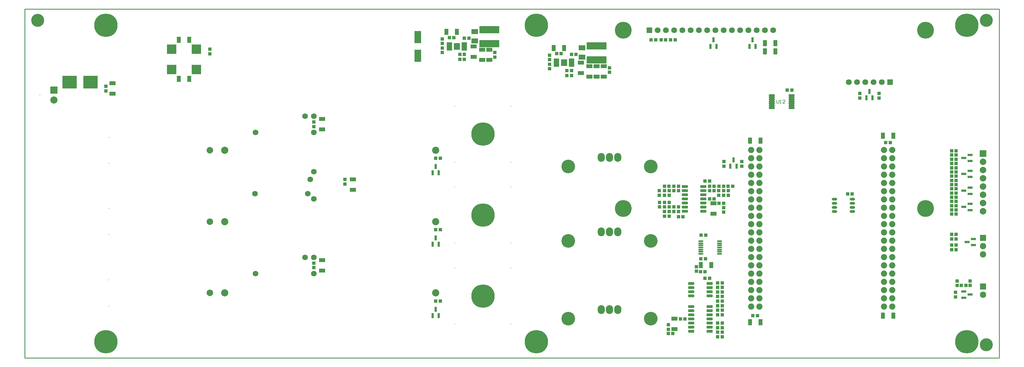
<source format=gts>
G04 Layer_Color=8388736*
%FSLAX43Y43*%
%MOMM*%
G71*
G01*
G75*
%ADD35C,0.254*%
%ADD36C,0.178*%
%ADD71R,2.903X2.903*%
%ADD72O,1.550X0.500*%
%ADD73R,6.203X2.203*%
%ADD74R,1.553X0.803*%
%ADD75O,1.653X0.853*%
%ADD76R,2.003X1.543*%
%ADD77R,1.103X1.003*%
G04:AMPARAMS|DCode=78|XSize=0.653mm|YSize=1.803mm|CornerRadius=0.151mm|HoleSize=0mm|Usage=FLASHONLY|Rotation=90.000|XOffset=0mm|YOffset=0mm|HoleType=Round|Shape=RoundedRectangle|*
%AMROUNDEDRECTD78*
21,1,0.653,1.501,0,0,90.0*
21,1,0.351,1.803,0,0,90.0*
1,1,0.302,0.750,0.175*
1,1,0.302,0.750,-0.175*
1,1,0.302,-0.750,-0.175*
1,1,0.302,-0.750,0.175*
%
%ADD78ROUNDEDRECTD78*%
%ADD79R,4.443X4.013*%
%ADD80R,1.003X1.103*%
%ADD81R,2.003X3.753*%
%ADD82C,4.000*%
G04:AMPARAMS|DCode=83|XSize=0.853mm|YSize=1.853mm|CornerRadius=0.15mm|HoleSize=0mm|Usage=FLASHONLY|Rotation=90.000|XOffset=0mm|YOffset=0mm|HoleType=Round|Shape=RoundedRectangle|*
%AMROUNDEDRECTD83*
21,1,0.853,1.552,0,0,90.0*
21,1,0.552,1.853,0,0,90.0*
1,1,0.301,0.776,0.276*
1,1,0.301,0.776,-0.276*
1,1,0.301,-0.776,-0.276*
1,1,0.301,-0.776,0.276*
%
%ADD83ROUNDEDRECTD83*%
%ADD84R,1.903X1.203*%
%ADD85R,1.203X1.903*%
G04:AMPARAMS|DCode=86|XSize=0.503mm|YSize=1.753mm|CornerRadius=0.151mm|HoleSize=0mm|Usage=FLASHONLY|Rotation=90.000|XOffset=0mm|YOffset=0mm|HoleType=Round|Shape=RoundedRectangle|*
%AMROUNDEDRECTD86*
21,1,0.503,1.451,0,0,90.0*
21,1,0.201,1.753,0,0,90.0*
1,1,0.302,0.726,0.101*
1,1,0.302,0.726,-0.101*
1,1,0.302,-0.726,-0.101*
1,1,0.302,-0.726,0.101*
%
%ADD86ROUNDEDRECTD86*%
G04:AMPARAMS|DCode=87|XSize=1.933mm|YSize=2.103mm|CornerRadius=0.153mm|HoleSize=0mm|Usage=FLASHONLY|Rotation=0.000|XOffset=0mm|YOffset=0mm|HoleType=Round|Shape=RoundedRectangle|*
%AMROUNDEDRECTD87*
21,1,1.933,1.796,0,0,0.0*
21,1,1.626,2.103,0,0,0.0*
1,1,0.307,0.813,-0.898*
1,1,0.307,-0.813,-0.898*
1,1,0.307,-0.813,0.898*
1,1,0.307,0.813,0.898*
%
%ADD87ROUNDEDRECTD87*%
%ADD88R,0.803X1.553*%
%ADD89O,2.203X2.703*%
%ADD90C,0.203*%
%ADD91C,7.203*%
%ADD92C,1.727*%
%ADD93C,2.203*%
%ADD94R,0.203X0.203*%
%ADD95C,2.003*%
%ADD96C,1.803*%
%ADD97R,1.803X1.803*%
%ADD98C,1.903*%
%ADD99R,1.953X1.953*%
%ADD100C,1.953*%
%ADD101C,4.203*%
%ADD102R,0.203X0.203*%
%ADD103R,2.203X2.203*%
%ADD104R,2.003X2.003*%
%ADD105C,5.203*%
D35*
X0Y0D02*
X300000D01*
Y107500D01*
X0D02*
X300000D01*
X0Y0D02*
Y107500D01*
D36*
X231476Y79508D02*
Y78661D01*
X231645Y78492D01*
X231984D01*
X232153Y78661D01*
Y79508D01*
X232492Y78492D02*
X232830D01*
X232661D01*
Y79508D01*
X232492Y79338D01*
X234015Y78492D02*
X233338D01*
X234015Y79169D01*
Y79338D01*
X233846Y79508D01*
X233507D01*
X233338Y79338D01*
D71*
X45190Y95110D02*
D03*
X52810D02*
D03*
Y88890D02*
D03*
X45190D02*
D03*
D72*
X213875Y32050D02*
D03*
Y32700D02*
D03*
Y33350D02*
D03*
Y34000D02*
D03*
Y34650D02*
D03*
Y35300D02*
D03*
Y35950D02*
D03*
X208125Y32050D02*
D03*
Y32700D02*
D03*
Y33350D02*
D03*
Y34000D02*
D03*
Y34650D02*
D03*
Y35300D02*
D03*
Y35950D02*
D03*
D73*
X176000Y96150D02*
D03*
Y91850D02*
D03*
X143000Y101150D02*
D03*
Y96850D02*
D03*
D74*
X289025Y20450D02*
D03*
Y18550D02*
D03*
X290975Y19500D02*
D03*
X289025Y61600D02*
D03*
X290975Y62550D02*
D03*
Y60650D02*
D03*
X289025Y56700D02*
D03*
X290975Y57650D02*
D03*
Y55750D02*
D03*
X289025Y51500D02*
D03*
X290975Y52450D02*
D03*
Y50550D02*
D03*
X289025Y46500D02*
D03*
X290975Y47450D02*
D03*
Y45550D02*
D03*
X291975Y34750D02*
D03*
Y36650D02*
D03*
X290025Y35700D02*
D03*
D75*
X249275Y48905D02*
D03*
Y47635D02*
D03*
Y46365D02*
D03*
Y45095D02*
D03*
X254725Y48905D02*
D03*
Y47635D02*
D03*
Y46365D02*
D03*
Y45095D02*
D03*
D76*
X171500Y92670D02*
D03*
Y95530D02*
D03*
X138500Y97670D02*
D03*
Y100530D02*
D03*
D77*
X286500Y20200D02*
D03*
Y18800D02*
D03*
X287000Y22300D02*
D03*
Y23700D02*
D03*
X216600Y50100D02*
D03*
Y51500D02*
D03*
X195400Y47900D02*
D03*
Y46500D02*
D03*
X257000Y81500D02*
D03*
Y80100D02*
D03*
X263000Y81500D02*
D03*
Y80100D02*
D03*
X128500Y98300D02*
D03*
Y96900D02*
D03*
X161500Y93300D02*
D03*
Y91900D02*
D03*
X215100Y51500D02*
D03*
Y50100D02*
D03*
X196900Y51500D02*
D03*
Y50100D02*
D03*
X195300D02*
D03*
Y51500D02*
D03*
X196900Y46500D02*
D03*
Y47900D02*
D03*
Y43700D02*
D03*
Y45100D02*
D03*
X206700Y28100D02*
D03*
Y26700D02*
D03*
X128500Y95500D02*
D03*
Y94100D02*
D03*
X144700Y94100D02*
D03*
Y92700D02*
D03*
X161500Y89100D02*
D03*
Y90500D02*
D03*
X180000Y88000D02*
D03*
Y89400D02*
D03*
X57000Y93700D02*
D03*
Y95100D02*
D03*
X25000Y82300D02*
D03*
Y83700D02*
D03*
X220730Y60470D02*
D03*
Y59070D02*
D03*
X215230Y60470D02*
D03*
Y59070D02*
D03*
X215100Y44900D02*
D03*
Y46300D02*
D03*
X89000Y72700D02*
D03*
Y71300D02*
D03*
X213600Y51500D02*
D03*
Y50100D02*
D03*
X98500Y53600D02*
D03*
Y55000D02*
D03*
X198400Y51500D02*
D03*
Y50100D02*
D03*
X89000Y29200D02*
D03*
Y27800D02*
D03*
X198400Y46500D02*
D03*
Y47900D02*
D03*
Y43700D02*
D03*
Y45100D02*
D03*
X198100Y10200D02*
D03*
Y8800D02*
D03*
X291000Y22300D02*
D03*
Y23700D02*
D03*
D78*
X229950Y80950D02*
D03*
Y80300D02*
D03*
Y79650D02*
D03*
Y79000D02*
D03*
Y78350D02*
D03*
Y77700D02*
D03*
Y77050D02*
D03*
X236050Y80950D02*
D03*
Y80300D02*
D03*
Y79650D02*
D03*
Y79000D02*
D03*
Y78350D02*
D03*
Y77700D02*
D03*
Y77050D02*
D03*
D79*
X13815Y85000D02*
D03*
X20185D02*
D03*
D80*
X289700Y22300D02*
D03*
X288300D02*
D03*
X210800Y54500D02*
D03*
X209400D02*
D03*
X201200Y43500D02*
D03*
X202600D02*
D03*
X209400Y24500D02*
D03*
X210800D02*
D03*
X198800Y98000D02*
D03*
X200200D02*
D03*
X197300D02*
D03*
X195900D02*
D03*
X286700Y52100D02*
D03*
X285300D02*
D03*
X286700Y50800D02*
D03*
X285300D02*
D03*
X286700Y46900D02*
D03*
X285300D02*
D03*
X286700Y45600D02*
D03*
X285300D02*
D03*
X133900Y93500D02*
D03*
X135300D02*
D03*
Y92000D02*
D03*
X133900D02*
D03*
X166900Y88500D02*
D03*
X168300D02*
D03*
Y87000D02*
D03*
X166900D02*
D03*
X127900Y61500D02*
D03*
X126500D02*
D03*
X212200Y51500D02*
D03*
X210800D02*
D03*
Y52900D02*
D03*
X212200D02*
D03*
X217900D02*
D03*
X216500D02*
D03*
X127900Y39500D02*
D03*
X126500D02*
D03*
X199800Y51500D02*
D03*
X201200D02*
D03*
Y52900D02*
D03*
X199800D02*
D03*
X127900Y17500D02*
D03*
X126500D02*
D03*
X199800Y46500D02*
D03*
X201200D02*
D03*
Y45100D02*
D03*
X199800D02*
D03*
X214700Y9300D02*
D03*
X213300D02*
D03*
X213300Y6500D02*
D03*
X214700D02*
D03*
X214700Y20300D02*
D03*
X213300D02*
D03*
Y23100D02*
D03*
X214700D02*
D03*
X214700Y14700D02*
D03*
X213300D02*
D03*
Y17500D02*
D03*
X214700D02*
D03*
X213700Y47600D02*
D03*
X215100D02*
D03*
X199500Y7500D02*
D03*
X198100D02*
D03*
X234700Y82500D02*
D03*
X236100D02*
D03*
X194200Y98000D02*
D03*
X192800D02*
D03*
X130700Y98700D02*
D03*
X132100D02*
D03*
X136700Y98500D02*
D03*
X135300D02*
D03*
X165100Y93800D02*
D03*
X163700D02*
D03*
X169700Y93500D02*
D03*
X168300D02*
D03*
X253300Y50500D02*
D03*
X254700D02*
D03*
X266430Y66370D02*
D03*
X265030D02*
D03*
X224130Y12970D02*
D03*
X225530D02*
D03*
X212200Y49000D02*
D03*
X210800D02*
D03*
X209500Y30500D02*
D03*
X208100D02*
D03*
X209400Y26600D02*
D03*
X208000D02*
D03*
X213700Y52900D02*
D03*
X215100D02*
D03*
X198300D02*
D03*
X196900D02*
D03*
X209600Y37800D02*
D03*
X208200D02*
D03*
X201800Y12000D02*
D03*
X203200D02*
D03*
X214700Y10700D02*
D03*
X213300D02*
D03*
Y7900D02*
D03*
X214700D02*
D03*
X214700Y18900D02*
D03*
X213300D02*
D03*
Y21700D02*
D03*
X214700D02*
D03*
X214700Y13300D02*
D03*
X213300D02*
D03*
Y16100D02*
D03*
X214700D02*
D03*
X285300Y56000D02*
D03*
X286700D02*
D03*
X285300Y57300D02*
D03*
X286700D02*
D03*
X285300Y61200D02*
D03*
X286700D02*
D03*
X285300Y62500D02*
D03*
X286700D02*
D03*
Y63800D02*
D03*
X285300D02*
D03*
X286700Y59900D02*
D03*
X285300D02*
D03*
X286700Y58600D02*
D03*
X285300D02*
D03*
X286700Y54700D02*
D03*
X285300D02*
D03*
X286700Y53400D02*
D03*
X285300D02*
D03*
X286700Y49500D02*
D03*
X285300D02*
D03*
X286700Y48200D02*
D03*
X285300D02*
D03*
X286700Y44300D02*
D03*
X285300D02*
D03*
Y38100D02*
D03*
X286700D02*
D03*
X285300Y33300D02*
D03*
X286700D02*
D03*
X285300Y36600D02*
D03*
X286700D02*
D03*
Y34800D02*
D03*
X285300D02*
D03*
D81*
X121000Y98875D02*
D03*
Y93125D02*
D03*
D82*
X4000Y104000D02*
D03*
X296000Y4000D02*
D03*
Y104000D02*
D03*
D83*
X205175Y15810D02*
D03*
Y14540D02*
D03*
Y13270D02*
D03*
Y12000D02*
D03*
Y10730D02*
D03*
Y9460D02*
D03*
Y8190D02*
D03*
X210825Y15810D02*
D03*
Y14540D02*
D03*
Y13270D02*
D03*
Y12000D02*
D03*
Y10730D02*
D03*
Y9460D02*
D03*
Y8190D02*
D03*
X205175Y22905D02*
D03*
Y21635D02*
D03*
Y20365D02*
D03*
Y19095D02*
D03*
X210825Y22905D02*
D03*
Y21635D02*
D03*
Y20365D02*
D03*
Y19095D02*
D03*
X208825Y45190D02*
D03*
Y46460D02*
D03*
Y47730D02*
D03*
Y49000D02*
D03*
Y50270D02*
D03*
Y51540D02*
D03*
Y52810D02*
D03*
X203175Y45190D02*
D03*
Y46460D02*
D03*
Y47730D02*
D03*
Y49000D02*
D03*
Y50270D02*
D03*
Y51540D02*
D03*
Y52810D02*
D03*
D84*
X200000Y8900D02*
D03*
Y12100D02*
D03*
X138200Y96000D02*
D03*
Y92800D02*
D03*
X171200Y91000D02*
D03*
Y87800D02*
D03*
X143000Y95000D02*
D03*
Y91800D02*
D03*
X140800Y95000D02*
D03*
Y91800D02*
D03*
X178200Y89900D02*
D03*
Y86700D02*
D03*
X176000Y89900D02*
D03*
Y86700D02*
D03*
X173800Y89900D02*
D03*
Y86700D02*
D03*
X27000Y84600D02*
D03*
Y81400D02*
D03*
X212000Y47600D02*
D03*
Y44400D02*
D03*
X91500Y70400D02*
D03*
Y73600D02*
D03*
X101000Y55000D02*
D03*
Y51800D02*
D03*
X91500Y26900D02*
D03*
Y30100D02*
D03*
D85*
X50600Y98000D02*
D03*
X47400D02*
D03*
X231000Y97000D02*
D03*
X227800D02*
D03*
X231000Y94500D02*
D03*
X227800D02*
D03*
X50600Y86000D02*
D03*
X47400D02*
D03*
X129800Y100500D02*
D03*
X133000D02*
D03*
X162800Y95500D02*
D03*
X166000D02*
D03*
X223230Y66970D02*
D03*
X226430D02*
D03*
X267330Y12970D02*
D03*
X264130D02*
D03*
Y68470D02*
D03*
X267330D02*
D03*
X226430Y10970D02*
D03*
X223230D02*
D03*
X208100Y28600D02*
D03*
X211300D02*
D03*
D86*
X168325Y92000D02*
D03*
X163675D02*
D03*
Y91500D02*
D03*
Y91000D02*
D03*
Y90500D02*
D03*
Y90000D02*
D03*
X168325Y91500D02*
D03*
Y91000D02*
D03*
Y90500D02*
D03*
Y90000D02*
D03*
X135325Y97000D02*
D03*
X130675D02*
D03*
Y96500D02*
D03*
Y96000D02*
D03*
Y95500D02*
D03*
Y95000D02*
D03*
X135325Y96500D02*
D03*
Y96000D02*
D03*
Y95500D02*
D03*
Y95000D02*
D03*
D87*
X166000Y91000D02*
D03*
X133000Y96000D02*
D03*
D88*
X126500Y58975D02*
D03*
X127450Y57025D02*
D03*
X125550D02*
D03*
X126500Y36975D02*
D03*
X127450Y35025D02*
D03*
X125550D02*
D03*
X126500Y14975D02*
D03*
X127450Y13025D02*
D03*
X125550D02*
D03*
X218130Y61045D02*
D03*
X219080Y59095D02*
D03*
X217180D02*
D03*
X224000Y97975D02*
D03*
X224950Y96025D02*
D03*
X223050D02*
D03*
X212000Y97975D02*
D03*
X212950Y96025D02*
D03*
X211050D02*
D03*
X260000Y82075D02*
D03*
X260950Y80125D02*
D03*
X259050D02*
D03*
D89*
X177450Y14900D02*
D03*
X180000D02*
D03*
X182550D02*
D03*
X177450Y61800D02*
D03*
X180000D02*
D03*
X182550D02*
D03*
X177450Y38800D02*
D03*
X180000D02*
D03*
X182550D02*
D03*
D90*
X132350Y52650D02*
D03*
X149650Y35350D02*
D03*
Y52650D02*
D03*
X132350Y35350D02*
D03*
Y10350D02*
D03*
X149650Y27650D02*
D03*
Y10350D02*
D03*
X132350Y27650D02*
D03*
Y60350D02*
D03*
X149650Y77650D02*
D03*
Y60350D02*
D03*
X132350Y77650D02*
D03*
D91*
X141000Y44000D02*
D03*
Y19000D02*
D03*
X290000Y5000D02*
D03*
X157500Y5000D02*
D03*
Y102500D02*
D03*
X25000D02*
D03*
Y5000D02*
D03*
X290000Y102500D02*
D03*
X141000Y69000D02*
D03*
D92*
X86250Y31000D02*
D03*
X89000Y26000D02*
D03*
Y31000D02*
D03*
X71000Y26000D02*
D03*
X89000Y49000D02*
D03*
X87880Y54970D02*
D03*
X87120Y50570D02*
D03*
X89000Y57380D02*
D03*
X70890Y50570D02*
D03*
X71000Y69500D02*
D03*
X89000Y74500D02*
D03*
Y69500D02*
D03*
X86250Y74500D02*
D03*
D93*
X61500Y20000D02*
D03*
X126500D02*
D03*
X9000Y79500D02*
D03*
X61500Y64000D02*
D03*
X126500D02*
D03*
X61500Y42000D02*
D03*
X126500D02*
D03*
D94*
X25925Y16000D02*
D03*
Y24000D02*
D03*
Y60000D02*
D03*
Y68000D02*
D03*
Y38000D02*
D03*
Y46000D02*
D03*
D95*
X57000Y20000D02*
D03*
X295000Y45220D02*
D03*
Y47760D02*
D03*
Y50300D02*
D03*
Y52840D02*
D03*
Y55380D02*
D03*
Y57920D02*
D03*
Y60460D02*
D03*
X57000Y64000D02*
D03*
Y42000D02*
D03*
D96*
X253650Y85000D02*
D03*
X258730D02*
D03*
X263810D02*
D03*
X261270D02*
D03*
X256190D02*
D03*
X227810Y101000D02*
D03*
X222730D02*
D03*
X215110D02*
D03*
X210030D02*
D03*
X204950D02*
D03*
X199870D02*
D03*
X194790D02*
D03*
X197330D02*
D03*
X202410D02*
D03*
X207490D02*
D03*
X212570D02*
D03*
X217650D02*
D03*
X220190D02*
D03*
X225270D02*
D03*
X230350D02*
D03*
D97*
X266350Y85000D02*
D03*
X192250Y101000D02*
D03*
D98*
X223560Y64100D02*
D03*
Y61560D02*
D03*
Y59020D02*
D03*
Y56480D02*
D03*
Y53940D02*
D03*
Y51400D02*
D03*
Y48860D02*
D03*
Y46320D02*
D03*
Y43780D02*
D03*
Y41240D02*
D03*
Y38700D02*
D03*
Y36160D02*
D03*
Y33620D02*
D03*
Y31080D02*
D03*
Y28540D02*
D03*
Y26000D02*
D03*
Y23460D02*
D03*
Y20920D02*
D03*
Y18380D02*
D03*
Y15840D02*
D03*
X226100Y64100D02*
D03*
Y61560D02*
D03*
Y59020D02*
D03*
Y56480D02*
D03*
Y53940D02*
D03*
Y51400D02*
D03*
Y48860D02*
D03*
Y46320D02*
D03*
Y43780D02*
D03*
Y41240D02*
D03*
Y38700D02*
D03*
Y36160D02*
D03*
Y33620D02*
D03*
Y31080D02*
D03*
Y28540D02*
D03*
Y26000D02*
D03*
Y23460D02*
D03*
Y20920D02*
D03*
Y18380D02*
D03*
Y15840D02*
D03*
X267000D02*
D03*
Y18380D02*
D03*
Y20920D02*
D03*
Y23460D02*
D03*
Y26000D02*
D03*
Y28540D02*
D03*
Y31080D02*
D03*
Y33620D02*
D03*
Y36160D02*
D03*
Y38700D02*
D03*
Y41240D02*
D03*
Y43780D02*
D03*
Y46320D02*
D03*
Y48860D02*
D03*
Y51400D02*
D03*
Y53940D02*
D03*
Y56480D02*
D03*
Y59020D02*
D03*
Y61560D02*
D03*
Y64100D02*
D03*
X264460Y15840D02*
D03*
Y18380D02*
D03*
Y20920D02*
D03*
Y23460D02*
D03*
Y26000D02*
D03*
Y28540D02*
D03*
Y31080D02*
D03*
Y33620D02*
D03*
Y36160D02*
D03*
Y38700D02*
D03*
Y41240D02*
D03*
Y43780D02*
D03*
Y46320D02*
D03*
Y48860D02*
D03*
Y51400D02*
D03*
Y53940D02*
D03*
Y56480D02*
D03*
Y59020D02*
D03*
Y61560D02*
D03*
Y64100D02*
D03*
D99*
X295000Y37000D02*
D03*
Y22000D02*
D03*
D100*
Y34460D02*
D03*
Y31920D02*
D03*
Y19460D02*
D03*
D101*
X167300Y59000D02*
D03*
X192700D02*
D03*
X167300Y12100D02*
D03*
X192700D02*
D03*
X167300Y36000D02*
D03*
X192700D02*
D03*
D102*
X4680Y81000D02*
D03*
D103*
X9000Y82500D02*
D03*
D104*
X295000Y63000D02*
D03*
D105*
X184250Y101000D02*
D03*
X277270Y46000D02*
D03*
X184250D02*
D03*
X277250Y101000D02*
D03*
M02*

</source>
